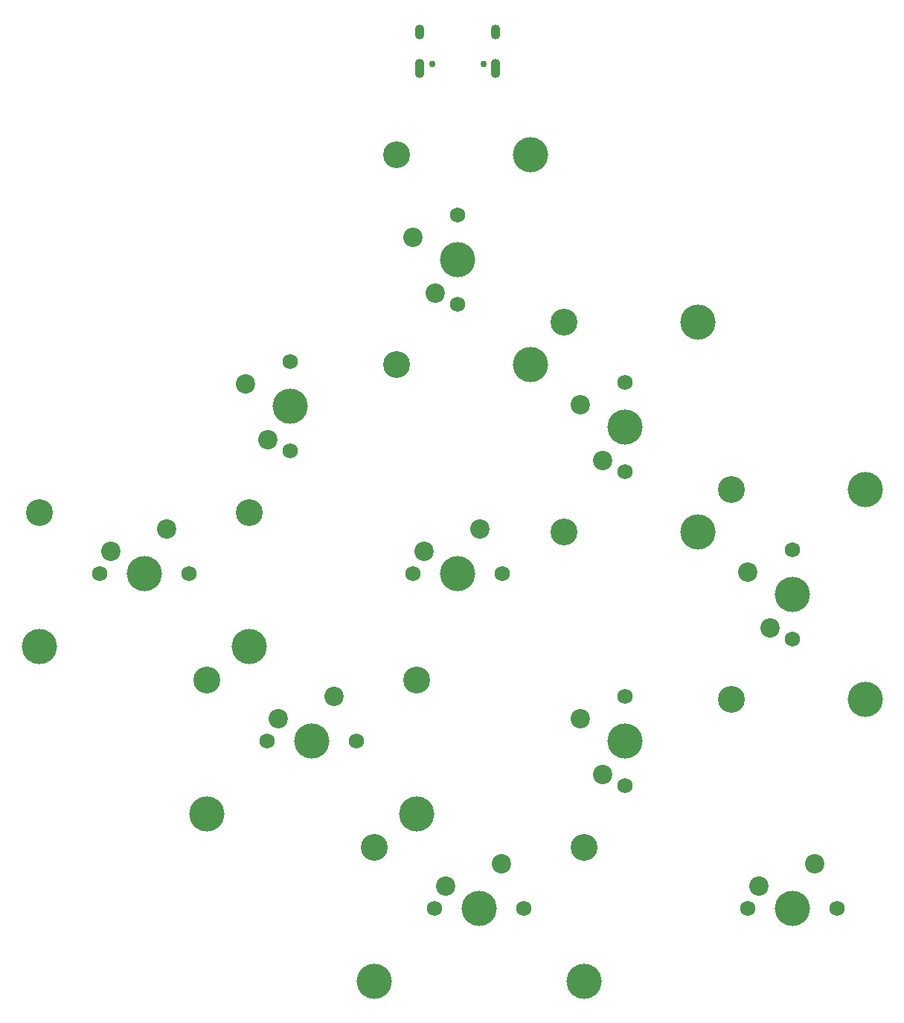
<source format=gbr>
%TF.GenerationSoftware,KiCad,Pcbnew,(6.0.1)*%
%TF.CreationDate,2022-02-16T22:37:27-05:00*%
%TF.ProjectId,herringbone_macro_pad,68657272-696e-4676-926f-6e655f6d6163,rev?*%
%TF.SameCoordinates,Original*%
%TF.FileFunction,Soldermask,Top*%
%TF.FilePolarity,Negative*%
%FSLAX46Y46*%
G04 Gerber Fmt 4.6, Leading zero omitted, Abs format (unit mm)*
G04 Created by KiCad (PCBNEW (6.0.1)) date 2022-02-16 22:37:27*
%MOMM*%
%LPD*%
G01*
G04 APERTURE LIST*
%ADD10C,1.750000*%
%ADD11C,4.000000*%
%ADD12C,3.050000*%
%ADD13C,2.200000*%
%ADD14C,0.750000*%
%ADD15O,1.100000X2.200000*%
%ADD16O,1.100000X1.700000*%
G04 APERTURE END LIST*
D10*
%TO.C,SW8*%
X200025000Y-90170056D03*
D11*
X208265000Y-83312056D03*
D12*
X193025000Y-107188056D03*
D11*
X208265000Y-107188056D03*
D10*
X200025000Y-100330056D03*
D12*
X193025000Y-83312056D03*
D11*
X200025000Y-95250056D03*
D13*
X197485000Y-99060056D03*
X194945000Y-92710056D03*
%TD*%
D10*
%TO.C,SW7*%
X180975000Y-106838806D03*
D11*
X180975000Y-111918806D03*
D10*
X180975000Y-116998806D03*
D13*
X178435000Y-115728806D03*
X175895000Y-109378806D03*
%TD*%
D10*
%TO.C,SW1*%
X161925058Y-62230056D03*
D11*
X161925058Y-57150056D03*
X170165058Y-45212056D03*
D12*
X154925058Y-69088056D03*
D11*
X170165058Y-69088056D03*
D10*
X161925058Y-52070056D03*
D12*
X154925058Y-45212056D03*
D13*
X159385058Y-60960056D03*
X156845058Y-54610056D03*
%TD*%
D10*
%TO.C,SW10*%
X194945000Y-130968806D03*
D11*
X200025000Y-130968806D03*
D10*
X205105000Y-130968806D03*
D13*
X196215000Y-128428806D03*
X202565000Y-125888806D03*
%TD*%
D12*
%TO.C,SW3*%
X173975000Y-88138000D03*
D10*
X180975000Y-81280000D03*
D11*
X180975000Y-76200000D03*
D12*
X173975000Y-64262000D03*
D10*
X180975000Y-71120000D03*
D11*
X189215000Y-64262000D03*
X189215000Y-88138000D03*
D13*
X178435000Y-80010000D03*
X175895000Y-73660000D03*
%TD*%
D12*
%TO.C,SW4*%
X138144306Y-85868922D03*
X114268306Y-85868922D03*
D10*
X131286306Y-92868922D03*
D11*
X138144306Y-101108922D03*
X126206306Y-92868922D03*
X114268306Y-101108922D03*
D10*
X121126306Y-92868922D03*
D13*
X122396306Y-90328922D03*
X128746306Y-87788922D03*
%TD*%
D10*
%TO.C,SW9*%
X159226250Y-130968864D03*
D12*
X176244250Y-123968864D03*
X152368250Y-123968864D03*
D11*
X152368250Y-139208864D03*
D10*
X169386250Y-130968864D03*
D11*
X176244250Y-139208864D03*
X164306250Y-130968864D03*
D13*
X160496250Y-128428864D03*
X166846250Y-125888864D03*
%TD*%
D10*
%TO.C,SW2*%
X142875000Y-68738806D03*
X142875000Y-78898806D03*
D11*
X142875000Y-73818806D03*
D13*
X140335000Y-77628806D03*
X137795000Y-71278806D03*
%TD*%
D10*
%TO.C,SW5*%
X167005000Y-92868806D03*
D11*
X161925000Y-92868806D03*
D10*
X156845000Y-92868806D03*
D13*
X158115000Y-90328806D03*
X164465000Y-87788806D03*
%TD*%
D11*
%TO.C,SW6*%
X133318250Y-120158864D03*
D10*
X150336250Y-111918864D03*
D11*
X157194250Y-120158864D03*
D10*
X140176250Y-111918864D03*
D12*
X133318250Y-104918864D03*
X157194250Y-104918864D03*
D11*
X145256250Y-111918864D03*
D13*
X141446250Y-109378864D03*
X147796250Y-106838864D03*
%TD*%
D14*
%TO.C,USB1*%
X164815000Y-34825000D03*
X159035000Y-34825000D03*
D15*
X157605000Y-35355000D03*
D16*
X166245000Y-31175000D03*
D15*
X166245000Y-35355000D03*
D16*
X157605000Y-31175000D03*
%TD*%
M02*

</source>
